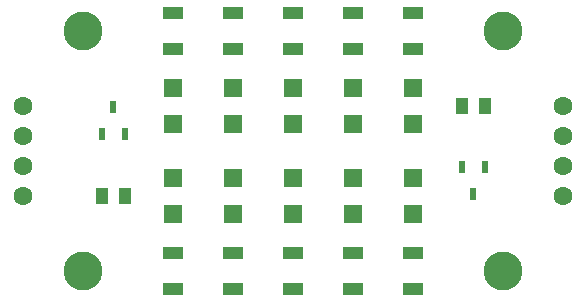
<source format=gbr>
G04 Generated by Ultiboard 14.0 *
%FSLAX33Y33*%
%MOMM*%

%ADD10C,0.001*%
%ADD11C,3.300*%
%ADD12R,1.500X1.500*%
%ADD13R,1.750X1.050*%
%ADD14R,0.600X1.050*%
%ADD15R,1.050X1.400*%
%ADD16C,1.600*%


G04 ColorRGB FF00CC for the following layer *
%LNSolder Mask Top*%
%LPD*%
G54D10*
G54D11*
X10160Y25400D03*
X10160Y5080D03*
X45720Y25400D03*
X45720Y5080D03*
G54D12*
X17780Y20600D03*
X17780Y17500D03*
X22860Y20600D03*
X22860Y17500D03*
X27940Y20600D03*
X27940Y17500D03*
X33020Y20600D03*
X33020Y17500D03*
X38100Y20600D03*
X38100Y17500D03*
X17780Y12980D03*
X17780Y9880D03*
X22860Y12980D03*
X22860Y9880D03*
X27940Y12980D03*
X27940Y9880D03*
X33020Y12980D03*
X33020Y9880D03*
X38100Y12980D03*
X38100Y9880D03*
G54D13*
X17780Y23900D03*
X17780Y26900D03*
X22860Y23900D03*
X22860Y26900D03*
X27940Y23900D03*
X27940Y26900D03*
X33020Y23900D03*
X33020Y26900D03*
X38100Y23900D03*
X38100Y26900D03*
X17780Y3580D03*
X17780Y6580D03*
X22860Y3580D03*
X22860Y6580D03*
X27940Y3580D03*
X27940Y6580D03*
X33020Y3580D03*
X33020Y6580D03*
X38100Y3580D03*
X38100Y6580D03*
G54D14*
X11750Y16630D03*
X13650Y16630D03*
X12700Y18930D03*
X43180Y11550D03*
X42230Y13850D03*
X44130Y13850D03*
G54D15*
X11750Y11430D03*
X13650Y11430D03*
X42230Y19050D03*
X44130Y19050D03*
G54D16*
X5080Y19050D03*
X5080Y13970D03*
X5080Y16510D03*
X5080Y11430D03*
X50800Y16510D03*
X50800Y11430D03*
X50800Y19050D03*
X50800Y13970D03*

M02*

</source>
